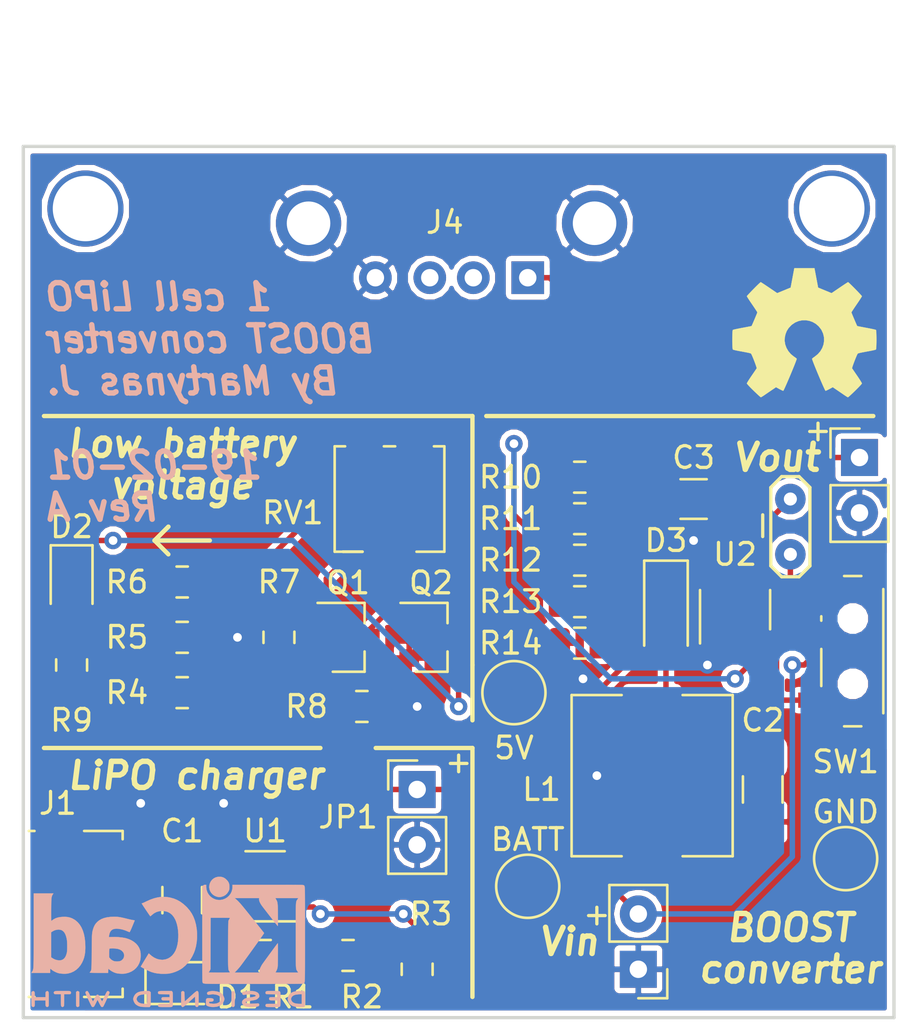
<source format=kicad_pcb>
(kicad_pcb (version 20171130) (host pcbnew 5.0.2-bee76a0~70~ubuntu18.04.1)
  (title_block (title "1 Cell LiPO BOOST converter with low Vin indication") (date 2019-01-30) (rev A) (company "Martynas J."))
  (layers (0 F.Cu signal) (31 B.Cu signal) (36 B.SilkS user) (37 F.SilkS user) (38 B.Mask user) (39 F.Mask user) (44 Edge.Cuts user))
  (net 0 "")
  (net 1 GND)
  (net 2 +5V)
  (net 3 +BATT)
  (net 4 "Net-(R1-Pad2)")
  (net 5 "Net-(R13-Pad2)")
  (net 6 "Net-(R12-Pad2)")
  (net 7 "Net-(R11-Pad2)")
  (net 8 "Net-(R10-Pad2)")
  (net 9 "Net-(D2-Pad2)")
  (net 10 "Net-(Q1-Pad3)")
  (net 11 "Net-(R1-Pad1)")
  (net 12 "Net-(R3-Pad1)")
  (net 13 "Net-(D1-Pad2)")
  (net 14 "Net-(R4-Pad2)")
  (net 15 "Net-(R5-Pad2)")
  (net 16 "Net-(R6-Pad2)")
  (net 17 "Net-(Q1-Pad1)")
  (net 18 "Net-(C1-Pad1)")
  (net 19 "Net-(D3-Pad2)")
  (net 20 "Net-(D2-Pad1)")
  (net 21 "Net-(J1-Pad2)")
  (net 22 "Net-(J1-Pad3)")
  (net 23 "Net-(J1-Pad4)")
  (net 24 "Net-(J4-Pad3)")
  (net 25 "Net-(J4-Pad2)")
  (net 26 "Net-(BATT1-Pad1)")
  (net 27 "Net-(I1-Pad1)")
  (module Connector_USB:USB_A_THT (layer F.Cu) (at 150.495 87.63 180)
    (fp_text reference J4 (at 3.81 2.54 180) (layer F.SilkS))
    (fp_text value USB_A)
    (pad 4 thru_hole circle (at 7 0 180) (size 1.5 1.5) (drill 0.8) (layers *.Cu *.Mask) (net 1 GND))
    (pad 3 thru_hole circle (at 4.5 0 180) (size 1.5 1.5) (drill 0.8) (layers *.Cu *.Mask) (net 24 "Net-(J4-Pad3)"))
    (pad 2 thru_hole circle (at 2.5 0 180) (size 1.5 1.5) (drill 0.8) (layers *.Cu *.Mask) (net 25 "Net-(J4-Pad2)"))
    (pad 1 thru_hole rect (at 0 0 180) (size 1.5 1.5) (drill 0.8) (layers *.Cu *.Mask) (net 2 +5V))
    (pad 5 thru_hole circle (at -3.07 2.5 180) (size 3 3) (drill 2) (layers *.Cu *.Mask) (net 1 GND))
    (pad 5 thru_hole circle (at 10.07 2.5 180) (size 3 3) (drill 2) (layers *.Cu *.Mask) (net 1 GND))
  )
  (module Button_Switch_SMD:SW_SPDT_PCM12 (layer F.Cu) (at 165.1 104.775 90)
    (fp_text reference SW1 (at -5.08 0 180) (layer F.SilkS))
    (fp_text value ON/OFF)
    (pad "" np_thru_hole circle (at -1.5 0.33 90) (size 0.9 0.9) (drill 0.9) (layers *.Cu *.Mask))
    (pad "" np_thru_hole circle (at 1.5 0.33 90) (size 0.9 0.9) (drill 0.9) (layers *.Cu *.Mask))
    (pad 1 smd rect (at -2.25 -1.43 90) (size 0.7 1.5) (layers F.Cu F.Paste F.Mask) (net 3 +BATT))
    (pad 2 smd rect (at 0.75 -1.43 90) (size 0.7 1.5) (layers F.Cu F.Paste F.Mask) (net 26 "Net-(BATT1-Pad1)"))
    (pad 3 smd rect (at 2.25 -1.43 90) (size 0.7 1.5) (layers F.Cu F.Paste F.Mask) (net 27 "Net-(I1-Pad1)"))
    (pad "" smd rect (at -3.65 1.43 90) (size 1 0.8) (layers F.Cu F.Paste F.Mask))
    (pad "" smd rect (at 3.65 1.43 90) (size 1 0.8) (layers F.Cu F.Paste F.Mask))
    (pad "" smd rect (at 3.65 -0.78 90) (size 1 0.8) (layers F.Cu F.Paste F.Mask))
    (pad "" smd rect (at -3.65 -0.78 90) (size 1 0.8) (layers F.Cu F.Paste F.Mask))
  )
  (module Jumper:SolderJumper-2_P1.3mm_Open_RoundedPad1.0x1.5mm (layer F.Cu) (at 142.24 109.855 270)
    (fp_text reference JP1 (at 2.54 0) (layer F.SilkS))
    (fp_text value SJ_O)
    (pad 1 smd custom (at -0.65 0 270) (size 1 0.5) (layers F.Cu F.Mask) (net 3 +BATT) (options (clearance outline) (anchor rect)) (primitives (gr_circle (center 0 0.25) (end 0.5 0.25) (width 0)) (gr_circle (center 0 -0.25) (end 0.5 -0.25) (width 0)) (gr_poly (pts (xy 0 -0.75) (xy 0.5 -0.75) (xy 0.5 0.75) (xy 0 0.75)) (width 0))))
    (pad 2 smd custom (at 0.65 0 270) (size 1 0.5) (layers F.Cu F.Mask) (net 26 "Net-(BATT1-Pad1)") (options (clearance outline) (anchor rect)) (primitives (gr_circle (center 0 0.25) (end 0.5 0.25) (width 0)) (gr_circle (center 0 -0.25) (end 0.5 -0.25) (width 0)) (gr_poly (pts (xy 0 -0.75) (xy -0.5 -0.75) (xy -0.5 0.75) (xy 0 0.75)) (width 0))))
  )
  (module Connector_PinHeader_2.54mm:PinHeader_1x02_P2.54mm_Vertical (layer F.Cu) (at 145.415 111.125)
    (fp_text reference + (at 1.905 -1.27) (layer F.SilkS))
    (fp_text value Vin)
    (pad 1 thru_hole rect (at 0 0) (size 1.7 1.7) (drill 0.8) (layers *.Cu *.Mask) (net 26 "Net-(BATT1-Pad1)"))
    (pad 2 thru_hole oval (at 0 2.54) (size 1.7 1.7) (drill 0.8) (layers *.Cu *.Mask) (net 1 GND))
  )
  (module TestPoint:TestPoint_2Pads_Pitch2.54mm_Drill0.8mm (layer F.Cu) (at 162.56 100.33 90)
    (fp_text reference I (at 1.27 -1.27 180) (layer F.SilkS))
    (fp_text value Current)
    (pad 1 thru_hole circle (at 0 0 90) (size 1.4 1.4) (drill 0.6) (layers *.Cu *.Mask) (net 27 "Net-(I1-Pad1)"))
    (pad 2 thru_hole circle (at 2.54 0 90) (size 1.4 1.4) (drill 0.6) (layers *.Cu *.Mask) (net 3 +BATT))
  )
  (module TestPoint:TestPoint_Pad_D2.5mm (layer F.Cu) (at 165.1 114.3)
    (fp_text reference GND (at 0 -2.148) (layer F.SilkS))
    (fp_text value GND)
    (pad 1 smd circle (at 0 0) (size 2.5 2.5) (layers F.Cu F.Mask) (net 1 GND))
  )
  (module TestPoint:TestPoint_Pad_D2.5mm (layer F.Cu) (at 150.495 115.57)
    (fp_text reference BATT (at 0 -2.148) (layer F.SilkS))
    (fp_text value LiPO)
    (pad 1 smd circle (at 0 0) (size 2.5 2.5) (layers F.Cu F.Mask) (net 26 "Net-(BATT1-Pad1)"))
  )
  (module TestPoint:TestPoint_Pad_D2.5mm (layer F.Cu) (at 149.86 106.68)
    (fp_text reference 5V (at 0 2.54) (layer F.SilkS))
    (fp_text value +5V)
    (pad 1 smd circle (at 0 0) (size 2.5 2.5) (layers F.Cu F.Mask) (net 2 +5V))
  )
  (module Capacitor_SMD:C_1206_3216Metric_Pad1.42x1.75mm_HandSolder (layer F.Cu) (at 134.62 116.205 270)
    (fp_text reference C1 (at -3.175 0) (layer F.SilkS))
    (fp_text value 10u)
    (pad 1 smd roundrect (at -1.4875 0 270) (size 1.425 1.75) (layers F.Cu F.Paste F.Mask) (roundrect_rratio 0.175439) (net 18 "Net-(C1-Pad1)"))
    (pad 2 smd roundrect (at 1.4875 0 270) (size 1.425 1.75) (layers F.Cu F.Paste F.Mask) (roundrect_rratio 0.175439) (net 1 GND))
  )
  (module Capacitor_SMD:C_1206_3216Metric_Pad1.42x1.75mm_HandSolder (layer F.Cu) (at 161.29 111.125 270)
    (fp_text reference C2 (at -3.175 0) (layer F.SilkS))
    (fp_text value 10u)
    (pad 2 smd roundrect (at 1.4875 0 270) (size 1.425 1.75) (layers F.Cu F.Paste F.Mask) (roundrect_rratio 0.175439) (net 1 GND))
    (pad 1 smd roundrect (at -1.4875 0 270) (size 1.425 1.75) (layers F.Cu F.Paste F.Mask) (roundrect_rratio 0.175439) (net 3 +BATT))
  )
  (module Capacitor_SMD:C_1206_3216Metric_Pad1.42x1.75mm_HandSolder (layer F.Cu) (at 158.115 97.79)
    (fp_text reference C3 (at 0 -1.905) (layer F.SilkS))
    (fp_text value 10u)
    (pad 1 smd roundrect (at -1.4875 0) (size 1.425 1.75) (layers F.Cu F.Paste F.Mask) (roundrect_rratio 0.175439) (net 2 +5V))
    (pad 2 smd roundrect (at 1.4875 0) (size 1.425 1.75) (layers F.Cu F.Paste F.Mask) (roundrect_rratio 0.175439) (net 1 GND))
  )
  (module Connector_PinHeader_2.54mm:PinHeader_1x02_P2.54mm_Vertical (layer F.Cu) (at 155.575 119.38 180)
    (fp_text reference + (at 1.905 2.54 180) (layer F.SilkS))
    (fp_text value LiPo)
    (pad 1 thru_hole rect (at 0 0 180) (size 1.7 1.7) (drill 0.8) (layers *.Cu *.Mask) (net 1 GND))
    (pad 2 thru_hole oval (at 0 2.54 180) (size 1.7 1.7) (drill 0.8) (layers *.Cu *.Mask) (net 26 "Net-(BATT1-Pad1)"))
  )
  (module Connector_PinHeader_2.54mm:PinHeader_1x02_P2.54mm_Vertical (layer F.Cu) (at 165.735 95.885)
    (fp_text reference + (at -1.905 -1.27) (layer F.SilkS))
    (fp_text value Vout)
    (pad 1 thru_hole rect (at 0 0) (size 1.7 1.7) (drill 0.8) (layers *.Cu *.Mask) (net 2 +5V))
    (pad 2 thru_hole oval (at 0 2.54) (size 1.7 1.7) (drill 0.8) (layers *.Cu *.Mask) (net 1 GND))
  )
  (module Connector_USB:USB_Micro-B_Molex_47346-0001 (layer F.Cu) (at 130.175 116.84 270)
    (fp_text reference J1 (at -5.08 1.27 180) (layer F.SilkS))
    (fp_text value microUSB)
    (pad 1 smd rect (at -1.3 -1.46 270) (size 0.45 1.38) (layers F.Cu F.Paste F.Mask) (net 18 "Net-(C1-Pad1)"))
    (pad 2 smd rect (at -0.65 -1.46 270) (size 0.45 1.38) (layers F.Cu F.Paste F.Mask) (net 21 "Net-(J1-Pad2)"))
    (pad 3 smd rect (at 0 -1.46 270) (size 0.45 1.38) (layers F.Cu F.Paste F.Mask) (net 22 "Net-(J1-Pad3)"))
    (pad 4 smd rect (at 0.65 -1.46 270) (size 0.45 1.38) (layers F.Cu F.Paste F.Mask) (net 23 "Net-(J1-Pad4)"))
    (pad 5 smd rect (at 1.3 -1.46 270) (size 0.45 1.38) (layers F.Cu F.Paste F.Mask) (net 1 GND))
    (pad 6 smd rect (at -2.4625 -1.1 270) (size 1.475 2.1) (layers F.Cu F.Paste F.Mask) (net 1 GND))
    (pad 6 smd rect (at 2.4625 -1.1 270) (size 1.475 2.1) (layers F.Cu F.Paste F.Mask) (net 1 GND))
    (pad 6 smd rect (at -2.91 1.2 270) (size 2.375 1.9) (layers F.Cu F.Paste F.Mask) (net 1 GND))
    (pad 6 smd rect (at 2.91 1.2 270) (size 2.375 1.9) (layers F.Cu F.Paste F.Mask) (net 1 GND))
    (pad 6 smd rect (at -0.84 1.2 270) (size 1.175 1.9) (layers F.Cu F.Paste F.Mask) (net 1 GND))
    (pad 6 smd rect (at 0.84 1.2 270) (size 1.175 1.9) (layers F.Cu F.Paste F.Mask) (net 1 GND))
  )
  (module Diode_SMD:D_SOD-123 (layer F.Cu) (at 156.845 102.87 270)
    (fp_text reference D3 (at -3.175 0) (layer F.SilkS))
    (fp_text value MBR0530)
    (pad 1 smd rect (at -1.65 0 270) (size 0.9 1.2) (layers F.Cu F.Paste F.Mask) (net 2 +5V))
    (pad 2 smd rect (at 1.65 0 270) (size 0.9 1.2) (layers F.Cu F.Paste F.Mask) (net 19 "Net-(D3-Pad2)"))
  )
  (module Inductor_SMD:L_7.3x7.3_H4.5 (layer F.Cu) (at 156.21 110.49 90)
    (fp_text reference L1 (at -0.635 -5.08 180) (layer F.SilkS))
    (fp_text value 4.7u)
    (pad 1 smd rect (at -3.2 0 90) (size 1.5 2.2) (layers F.Cu F.Paste F.Mask) (net 3 +BATT))
    (pad 2 smd rect (at 3.2 0 90) (size 1.5 2.2) (layers F.Cu F.Paste F.Mask) (net 19 "Net-(D3-Pad2)"))
  )
  (module LED_SMD:LED_0805_2012Metric (layer F.Cu) (at 134.62 120.015)
    (fp_text reference D1 (at 2.54 0.635) (layer F.SilkS))
    (fp_text value LED)
    (pad 2 smd roundrect (at 0.9375 0) (size 0.975 1.4) (layers F.Cu F.Paste F.Mask) (net 13 "Net-(D1-Pad2)"))
    (pad 1 smd roundrect (at -0.9375 0) (size 0.975 1.4) (layers F.Cu F.Paste F.Mask) (net 1 GND))
  )
  (module LED_SMD:LED_0805_2012Metric (layer F.Cu) (at 129.54 101.6 270)
    (fp_text reference D2 (at -2.54 0) (layer F.SilkS))
    (fp_text value LED)
    (pad 1 smd roundrect (at -0.9375 0 270) (size 0.975 1.4) (layers F.Cu F.Paste F.Mask) (net 20 "Net-(D2-Pad1)"))
    (pad 2 smd roundrect (at 0.9375 0 270) (size 0.975 1.4) (layers F.Cu F.Paste F.Mask) (net 9 "Net-(D2-Pad2)"))
  )
  (module Package_TO_SOT_SMD:SOT-23 (layer F.Cu) (at 142.24 104.14)
    (fp_text reference Q1 (at 0 -2.5) (layer F.SilkS))
    (fp_text value BC847)
    (pad 3 smd rect (at 1 0) (size 0.9 0.8) (layers F.Cu F.Paste F.Mask) (net 10 "Net-(Q1-Pad3)"))
    (pad 2 smd rect (at -1 0.95) (size 0.9 0.8) (layers F.Cu F.Paste F.Mask) (net 1 GND))
    (pad 1 smd rect (at -1 -0.95) (size 0.9 0.8) (layers F.Cu F.Paste F.Mask) (net 17 "Net-(Q1-Pad1)"))
  )
  (module Package_TO_SOT_SMD:SOT-23 (layer F.Cu) (at 146.05 104.14)
    (fp_text reference Q2 (at 0 -2.5) (layer F.SilkS))
    (fp_text value BC847)
    (pad 1 smd rect (at -1 -0.95) (size 0.9 0.8) (layers F.Cu F.Paste F.Mask) (net 10 "Net-(Q1-Pad3)"))
    (pad 2 smd rect (at -1 0.95) (size 0.9 0.8) (layers F.Cu F.Paste F.Mask) (net 1 GND))
    (pad 3 smd rect (at 1 0) (size 0.9 0.8) (layers F.Cu F.Paste F.Mask) (net 20 "Net-(D2-Pad1)"))
  )
  (module Package_TO_SOT_SMD:SOT-23-5 (layer F.Cu) (at 160.02 102.87 90)
    (fp_text reference U2 (at 2.54 0) (layer F.SilkS))
    (fp_text value MCP1661)
    (pad 5 smd rect (at 1.1 -0.95 90) (size 1.06 0.65) (layers F.Cu F.Paste F.Mask) (net 3 +BATT))
    (pad 4 smd rect (at 1.1 0.95 90) (size 1.06 0.65) (layers F.Cu F.Paste F.Mask) (net 3 +BATT))
    (pad 3 smd rect (at -1.1 0.95 90) (size 1.06 0.65) (layers F.Cu F.Paste F.Mask) (net 6 "Net-(R12-Pad2)"))
    (pad 2 smd rect (at -1.1 0 90) (size 1.06 0.65) (layers F.Cu F.Paste F.Mask) (net 1 GND))
    (pad 1 smd rect (at -1.1 -0.95 90) (size 1.06 0.65) (layers F.Cu F.Paste F.Mask) (net 19 "Net-(D3-Pad2)"))
  )
  (module Package_TO_SOT_SMD:SOT-23-5 (layer F.Cu) (at 138.43 115.57 180)
    (fp_text reference U1 (at 0 2.54 180) (layer F.SilkS))
    (fp_text value MCP73831)
    (pad 1 smd rect (at -1.1 -0.95 180) (size 1.06 0.65) (layers F.Cu F.Paste F.Mask) (net 12 "Net-(R3-Pad1)"))
    (pad 2 smd rect (at -1.1 0 180) (size 1.06 0.65) (layers F.Cu F.Paste F.Mask) (net 1 GND))
    (pad 3 smd rect (at -1.1 0.95 180) (size 1.06 0.65) (layers F.Cu F.Paste F.Mask) (net 26 "Net-(BATT1-Pad1)"))
    (pad 4 smd rect (at 1.1 0.95 180) (size 1.06 0.65) (layers F.Cu F.Paste F.Mask) (net 18 "Net-(C1-Pad1)"))
    (pad 5 smd rect (at 1.1 -0.95 180) (size 1.06 0.65) (layers F.Cu F.Paste F.Mask) (net 11 "Net-(R1-Pad1)"))
  )
  (module Potentiometer_SMD:Potentiometer_Bourns_3214J_Horizontal (layer F.Cu) (at 144.145 97.79 90)
    (fp_text reference RV1 (at -0.635 -4.445 180) (layer F.SilkS))
    (fp_text value 10K)
    (pad 1 smd rect (at 2 -1.15 90) (size 2 1.3) (layers F.Cu F.Paste F.Mask) (net 16 "Net-(R6-Pad2)"))
    (pad 2 smd rect (at -2 0 90) (size 2 2) (layers F.Cu F.Paste F.Mask) (net 17 "Net-(Q1-Pad1)"))
    (pad 3 smd rect (at 2 1.15 90) (size 2 1.3) (layers F.Cu F.Paste F.Mask) (net 17 "Net-(Q1-Pad1)"))
  )
  (module Resistor_SMD:R_0805_2012Metric (layer F.Cu) (at 152.885636 98.692914)
    (fp_text reference R11 (at -3.175 0) (layer F.SilkS))
    (fp_text value 100K)
    (pad 2 smd roundrect (at 0.9375 0) (size 0.975 1.4) (layers F.Cu F.Paste F.Mask) (net 7 "Net-(R11-Pad2)"))
    (pad 1 smd roundrect (at -0.9375 0) (size 0.975 1.4) (layers F.Cu F.Paste F.Mask) (net 8 "Net-(R10-Pad2)"))
  )
  (module Resistor_SMD:R_0805_2012Metric (layer F.Cu) (at 139.065 104.14 270)
    (fp_text reference R7 (at -2.54 0) (layer F.SilkS))
    (fp_text value 10K)
    (pad 1 smd roundrect (at -0.9375 0 270) (size 0.975 1.4) (layers F.Cu F.Paste F.Mask) (net 17 "Net-(Q1-Pad1)"))
    (pad 2 smd roundrect (at 0.9375 0 270) (size 0.975 1.4) (layers F.Cu F.Paste F.Mask) (net 1 GND))
  )
  (module Resistor_SMD:R_0805_2012Metric (layer F.Cu) (at 134.62 101.6)
    (fp_text reference R6 (at -2.54 0) (layer F.SilkS))
    (fp_text value 10K)
    (pad 2 smd roundrect (at 0.9375 0) (size 0.975 1.4) (layers F.Cu F.Paste F.Mask) (net 16 "Net-(R6-Pad2)"))
    (pad 1 smd roundrect (at -0.9375 0) (size 0.975 1.4) (layers F.Cu F.Paste F.Mask) (net 15 "Net-(R5-Pad2)"))
  )
  (module Resistor_SMD:R_0805_2012Metric (layer F.Cu) (at 134.62 104.14 180)
    (fp_text reference R5 (at 2.54 0 180) (layer F.SilkS))
    (fp_text value 10K)
    (pad 1 smd roundrect (at -0.9375 0 180) (size 0.975 1.4) (layers F.Cu F.Paste F.Mask) (net 14 "Net-(R4-Pad2)"))
    (pad 2 smd roundrect (at 0.9375 0 180) (size 0.975 1.4) (layers F.Cu F.Paste F.Mask) (net 15 "Net-(R5-Pad2)"))
  )
  (module Resistor_SMD:R_0805_2012Metric (layer F.Cu) (at 134.62 106.68)
    (fp_text reference R4 (at -2.54 0) (layer F.SilkS))
    (fp_text value 33K)
    (pad 2 smd roundrect (at 0.9375 0) (size 0.975 1.4) (layers F.Cu F.Paste F.Mask) (net 14 "Net-(R4-Pad2)"))
    (pad 1 smd roundrect (at -0.9375 0) (size 0.975 1.4) (layers F.Cu F.Paste F.Mask) (net 3 +BATT))
  )
  (module Resistor_SMD:R_0805_2012Metric (layer F.Cu) (at 145.415 119.38 270)
    (fp_text reference R3 (at -2.54 -0.635) (layer F.SilkS))
    (fp_text value 1K)
    (pad 1 smd roundrect (at -0.9375 0 270) (size 0.975 1.4) (layers F.Cu F.Paste F.Mask) (net 12 "Net-(R3-Pad1)"))
    (pad 2 smd roundrect (at 0.9375 0 270) (size 0.975 1.4) (layers F.Cu F.Paste F.Mask) (net 13 "Net-(D1-Pad2)"))
  )
  (module Resistor_SMD:R_0805_2012Metric (layer F.Cu) (at 138.43 118.745)
    (fp_text reference R1 (at 1.27 1.905) (layer F.SilkS))
    (fp_text value 1K)
    (pad 2 smd roundrect (at 0.9375 0) (size 0.975 1.4) (layers F.Cu F.Paste F.Mask) (net 4 "Net-(R1-Pad2)"))
    (pad 1 smd roundrect (at -0.9375 0) (size 0.975 1.4) (layers F.Cu F.Paste F.Mask) (net 11 "Net-(R1-Pad1)"))
  )
  (module Resistor_SMD:R_0805_2012Metric (layer F.Cu) (at 142.875 107.315)
    (fp_text reference R8 (at -2.54 0) (layer F.SilkS))
    (fp_text value 47K)
    (pad 1 smd roundrect (at -0.9375 0) (size 0.975 1.4) (layers F.Cu F.Paste F.Mask) (net 3 +BATT))
    (pad 2 smd roundrect (at 0.9375 0) (size 0.975 1.4) (layers F.Cu F.Paste F.Mask) (net 10 "Net-(Q1-Pad3)"))
  )
  (module Resistor_SMD:R_0805_2012Metric (layer F.Cu) (at 129.54 105.41 90)
    (fp_text reference R9 (at -2.54 0 180) (layer F.SilkS))
    (fp_text value 1K)
    (pad 2 smd roundrect (at 0.9375 0 90) (size 0.975 1.4) (layers F.Cu F.Paste F.Mask) (net 9 "Net-(D2-Pad2)"))
    (pad 1 smd roundrect (at -0.9375 0 90) (size 0.975 1.4) (layers F.Cu F.Paste F.Mask) (net 3 +BATT))
  )
  (module Resistor_SMD:R_0805_2012Metric (layer F.Cu) (at 152.885636 96.787914 180)
    (fp_text reference R10 (at 3.175 0 180) (layer F.SilkS))
    (fp_text value 100K)
    (pad 1 smd roundrect (at -0.9375 0 180) (size 0.975 1.4) (layers F.Cu F.Paste F.Mask) (net 2 +5V))
    (pad 2 smd roundrect (at 0.9375 0 180) (size 0.975 1.4) (layers F.Cu F.Paste F.Mask) (net 8 "Net-(R10-Pad2)"))
  )
  (module Resistor_SMD:R_0805_2012Metric (layer F.Cu) (at 152.885636 100.597914 180)
    (fp_text reference R12 (at 3.175 0 180) (layer F.SilkS))
    (fp_text value 100K)
    (pad 2 smd roundrect (at 0.9375 0 180) (size 0.975 1.4) (layers F.Cu F.Paste F.Mask) (net 6 "Net-(R12-Pad2)"))
    (pad 1 smd roundrect (at -0.9375 0 180) (size 0.975 1.4) (layers F.Cu F.Paste F.Mask) (net 7 "Net-(R11-Pad2)"))
  )
  (module Resistor_SMD:R_0805_2012Metric (layer F.Cu) (at 152.885636 102.502914)
    (fp_text reference R13 (at -3.175 0) (layer F.SilkS))
    (fp_text value 47K)
    (pad 1 smd roundrect (at -0.9375 0) (size 0.975 1.4) (layers F.Cu F.Paste F.Mask) (net 6 "Net-(R12-Pad2)"))
    (pad 2 smd roundrect (at 0.9375 0) (size 0.975 1.4) (layers F.Cu F.Paste F.Mask) (net 5 "Net-(R13-Pad2)"))
  )
  (module Resistor_SMD:R_0805_2012Metric (layer F.Cu) (at 152.885636 104.407914 180)
    (fp_text reference R14 (at 3.175 0 180) (layer F.SilkS))
    (fp_text value 47K)
    (pad 2 smd roundrect (at 0.9375 0 180) (size 0.975 1.4) (layers F.Cu F.Paste F.Mask) (net 1 GND))
    (pad 1 smd roundrect (at -0.9375 0 180) (size 0.975 1.4) (layers F.Cu F.Paste F.Mask) (net 5 "Net-(R13-Pad2)"))
  )
  (module Resistor_SMD:R_0805_2012Metric (layer F.Cu) (at 142.24 118.745)
    (fp_text reference R2 (at 0.635 1.905 180) (layer F.SilkS))
    (fp_text value 1K)
    (pad 1 smd roundrect (at -0.9375 0) (size 0.975 1.4) (layers F.Cu F.Paste F.Mask) (net 4 "Net-(R1-Pad2)"))
    (pad 2 smd roundrect (at 0.9375 0) (size 0.975 1.4) (layers F.Cu F.Paste F.Mask) (net 1 GND))
  )
  (module Symbol:KiCad-Logo2_6mm_SilkScreen (layer B.Cu) (at 133.985 118.11 180)
    (fp_text reference REF** hide)
    (fp_text value KiCad-Logo2_6mm_SilkScreen hide)
  )
  (module Symbol:OSHW-Symbol_6.7x6mm_SilkScreen (layer F.Cu) (at 163.195 90.17)
    (fp_text reference REF** hide)
    (fp_text value OSHW-Symbol_6.7x6mm_SilkScreen hide)
  )
  (gr_line (start 133.35 99.695) (end 133.985 100.33) (layer F.SilkS) (width 0.2))
  (gr_line (start 133.985 99.06) (end 133.35 99.695) (layer F.SilkS) (width 0.2))
  (gr_line (start 133.35 99.695) (end 133.985 99.06) (layer F.SilkS) (width 0.2))
  (gr_line (start 135.89 99.695) (end 133.35 99.695) (layer F.SilkS) (width 0.2))
  (gr_line (start 140.97 109.22) (end 128.27 109.22) (layer F.SilkS) (width 0.2))
  (gr_line (start 147.955 109.22) (end 143.51 109.22) (layer F.SilkS) (width 0.2))
  (gr_text Vout (at 161.925 95.885) (layer F.SilkS) (effects (font (size 1.2 1.2) (thickness 0.25) italic)))
  (gr_text Vin (at 152.4 118.11) (layer F.SilkS) (effects (font (size 1.2 1.2) (thickness 0.25) italic)))
  (gr_text "1 cell LiPO\nBOOST converter\nBy Martynas J.\n\n19-02-01\nRev A" (at 128.27 93.345) (layer B.SilkS) (effects (font (size 1.2 1.2) (thickness 0.25) italic) (justify right mirror)))
  (gr_text converter (at 162.56 119.38) (layer F.SilkS) (effects (font (size 1.2 1.2) (thickness 0.25) italic)))
  (gr_text BOOST (at 162.56 117.475) (layer F.SilkS) (effects (font (size 1.2 1.2) (thickness 0.25) italic)))
  (gr_line (start 148.59 93.98) (end 166.37 93.98) (layer F.SilkS) (width 0.2))
  (gr_text voltage (at 134.62 97.155) (layer F.SilkS) (effects (font (size 1.2 1.2) (thickness 0.25) italic)))
  (gr_text "Low battery" (at 134.62 95.25) (layer F.SilkS) (effects (font (size 1.2 1.2) (thickness 0.25) italic)))
  (gr_line (start 147.955 93.98) (end 128.27 93.98) (layer F.SilkS) (width 0.2))
  (gr_line (start 147.955 105.41) (end 147.955 107.95) (layer F.SilkS) (width 0.2))
  (gr_line (start 147.955 93.98) (end 147.955 105.41) (layer F.SilkS) (width 0.2))
  (gr_text "LiPO charger" (at 135.255 110.49) (layer F.SilkS) (effects (font (size 1.2 1.2) (thickness 0.25) italic)))
  (gr_line (start 147.955 109.22) (end 147.955 120.65) (layer F.SilkS) (width 0.2))
  (gr_line (start 127.32 81.6) (end 167.32 81.6) (layer Edge.Cuts) (width 0.15))
  (gr_line (start 127.32 121.6) (end 167.32 121.6) (layer Edge.Cuts) (width 0.15))
  (gr_line (start 167.32 121.6) (end 167.32 81.6) (layer Edge.Cuts) (width 0.15))
  (gr_line (start 127.32 121.6) (end 127.32 81.6) (layer Edge.Cuts) (width 0.15))
  (via (at 130.175 84.455) (size 3.5) (drill 3) (layers F.Cu B.Cu) (net 0))
  (via (at 164.465 84.455) (size 3.5) (drill 3) (layers F.Cu B.Cu) (net 0))
  (via (at 132.715 111.76) (size 0.8) (drill 0.4) (layers F.Cu B.Cu) (net 1))
  (via (at 136.525 111.76) (size 0.8) (drill 0.4) (layers F.Cu B.Cu) (net 1))
  (via (at 153.67 110.49) (size 0.8) (drill 0.4) (layers F.Cu B.Cu) (net 1))
  (via (at 153.035 106.045) (size 0.8) (drill 0.4) (layers F.Cu B.Cu) (net 1))
  (via (at 158.115 99.695) (size 0.8) (drill 0.4) (layers F.Cu B.Cu) (net 1))
  (via (at 158.75 105.41) (size 0.8) (drill 0.4) (layers F.Cu B.Cu) (net 1))
  (via (at 137.16 104.14) (size 0.8) (drill 0.4) (layers F.Cu B.Cu) (net 1))
  (via (at 145.415 107.315) (size 0.8) (drill 0.4) (layers F.Cu B.Cu) (net 1))
  (segment (start 156.845 98.0075) (end 156.6275 97.79) (width 0.25) (layer F.Cu) (net 2))
  (segment (start 156.845 101.22) (end 156.845 98.0075) (width 0.25) (layer F.Cu) (net 2))
  (segment (start 151.495 87.63) (end 150.495 87.63) (width 0.25) (layer F.Cu) (net 2))
  (segment (start 156.6275 92.7625) (end 151.495 87.63) (width 0.25) (layer F.Cu) (net 2))
  (segment (start 156.6275 97.79) (end 156.6275 95.885) (width 0.25) (layer F.Cu) (net 2))
  (segment (start 165.735 95.885) (end 156.6275 95.885) (width 0.25) (layer F.Cu) (net 2))
  (segment (start 156.6275 95.885) (end 156.6275 92.7625) (width 0.25) (layer F.Cu) (net 2))
  (segment (start 156.845 101.92) (end 156.845 101.22) (width 0.25) (layer F.Cu) (net 2))
  (segment (start 154.94 105.41) (end 154.94 103.825) (width 0.25) (layer F.Cu) (net 2))
  (segment (start 154.94 103.825) (end 156.845 101.92) (width 0.25) (layer F.Cu) (net 2))
  (segment (start 153.67 106.68) (end 154.94 105.41) (width 0.25) (layer F.Cu) (net 2))
  (segment (start 149.86 106.68) (end 153.67 106.68) (width 0.25) (layer F.Cu) (net 2))
  (segment (start 153.823136 96.787914) (end 154.72605 95.885) (width 0.25) (layer F.Cu) (net 2))
  (segment (start 154.72605 95.885) (end 155.575 95.885) (width 0.25) (layer F.Cu) (net 2))
  (segment (start 156.6275 95.885) (end 155.575 95.885) (width 0.25) (layer F.Cu) (net 2))
  (segment (start 155.575 95.885) (end 155.36105 95.885) (width 0.25) (layer F.Cu) (net 2))
  (segment (start 129.54 106.3475) (end 129.54 107.315) (width 0.25) (layer F.Cu) (net 3))
  (segment (start 129.54 107.315) (end 130.81 108.585) (width 0.25) (layer F.Cu) (net 3))
  (segment (start 141.9375 107.6175) (end 141.9375 108.585) (width 0.25) (layer F.Cu) (net 3))
  (segment (start 133.6825 107.0125) (end 133.6825 108.585) (width 0.25) (layer F.Cu) (net 3))
  (segment (start 130.81 108.585) (end 133.35 108.585) (width 0.25) (layer F.Cu) (net 3))
  (segment (start 133.35 108.585) (end 142.24 108.585) (width 0.25) (layer F.Cu) (net 3))
  (segment (start 142.24 109.205) (end 142.24 108.585) (width 0.25) (layer F.Cu) (net 3))
  (segment (start 159.07 101.77) (end 160.97 101.77) (width 0.25) (layer F.Cu) (net 3))
  (segment (start 160.97 99.38) (end 162.56 97.79) (width 0.25) (layer F.Cu) (net 3))
  (segment (start 160.97 101.77) (end 160.97 99.38) (width 0.25) (layer F.Cu) (net 3))
  (segment (start 162.67 107.025) (end 163.67 107.025) (width 0.25) (layer F.Cu) (net 3))
  (segment (start 161.29 109.6375) (end 161.29 107.025) (width 0.25) (layer F.Cu) (net 3))
  (segment (start 160.655 107.025) (end 161.29 107.025) (width 0.25) (layer F.Cu) (net 3))
  (segment (start 160.605 107.025) (end 160.655 107.025) (width 0.25) (layer F.Cu) (net 3))
  (segment (start 160.97 101.975) (end 161.925 102.93) (width 0.25) (layer F.Cu) (net 3))
  (segment (start 161.925 102.93) (end 161.925 107.025) (width 0.25) (layer F.Cu) (net 3))
  (segment (start 161.29 107.025) (end 161.925 107.025) (width 0.25) (layer F.Cu) (net 3))
  (segment (start 160.97 101.77) (end 160.97 101.975) (width 0.25) (layer F.Cu) (net 3))
  (segment (start 161.925 107.025) (end 162.67 107.025) (width 0.25) (layer F.Cu) (net 3))
  (segment (start 159.04 107.025) (end 160.605 107.025) (width 0.25) (layer F.Cu) (net 3))
  (segment (start 157.48 108.585) (end 159.04 107.025) (width 0.25) (layer F.Cu) (net 3))
  (segment (start 142.24 108.585) (end 155.575 108.585) (width 0.25) (layer F.Cu) (net 3))
  (segment (start 155.575 108.585) (end 157.48 108.585) (width 0.25) (layer F.Cu) (net 3))
  (segment (start 156.21 113.69) (end 156.21 108.585) (width 0.25) (layer F.Cu) (net 3))
  (segment (start 139.3675 118.745) (end 141.3025 118.745) (width 0.25) (layer F.Cu) (net 4))
  (segment (start 153.823136 102.502914) (end 153.823136 104.407914) (width 0.25) (layer F.Cu) (net 5))
  (segment (start 151.948136 100.597914) (end 151.948136 102.502914) (width 0.25) (layer F.Cu) (net 6))
  (via (at 160.02 106.045) (size 0.8) (drill 0.4) (layers F.Cu B.Cu) (net 6))
  (segment (start 160.97 103.97) (end 160.97 105.095) (width 0.25) (layer F.Cu) (net 6))
  (segment (start 160.97 105.095) (end 160.02 106.045) (width 0.25) (layer F.Cu) (net 6))
  (via (at 149.86 95.25) (size 0.8) (drill 0.4) (layers F.Cu B.Cu) (net 6))
  (segment (start 149.86 98.509778) (end 151.948136 100.597914) (width 0.25) (layer F.Cu) (net 6))
  (segment (start 149.86 95.25) (end 149.86 98.509778) (width 0.25) (layer F.Cu) (net 6))
  (segment (start 154.305 106.045) (end 160.02 106.045) (width 0.25) (layer B.Cu) (net 6))
  (segment (start 149.86 95.25) (end 149.86 101.6) (width 0.25) (layer B.Cu) (net 6))
  (segment (start 149.86 101.6) (end 154.305 106.045) (width 0.25) (layer B.Cu) (net 6))
  (segment (start 153.823136 98.692914) (end 153.823136 100.597914) (width 0.25) (layer F.Cu) (net 7))
  (segment (start 151.948136 96.787914) (end 151.948136 98.692914) (width 0.25) (layer F.Cu) (net 8))
  (segment (start 129.54 104.4725) (end 129.54 102.5375) (width 0.25) (layer F.Cu) (net 9))
  (segment (start 143.24 104.14) (end 143.24 103.775) (width 0.25) (layer F.Cu) (net 10))
  (segment (start 143.825 103.19) (end 145.05 103.19) (width 0.25) (layer F.Cu) (net 10))
  (segment (start 143.24 103.775) (end 143.825 103.19) (width 0.25) (layer F.Cu) (net 10))
  (segment (start 143.8125 107.315) (end 143.8125 106.3475) (width 0.25) (layer F.Cu) (net 10))
  (segment (start 143.24 105.775) (end 143.24 104.14) (width 0.25) (layer F.Cu) (net 10))
  (segment (start 143.8125 106.3475) (end 143.24 105.775) (width 0.25) (layer F.Cu) (net 10))
  (segment (start 137.33 118.5825) (end 137.4925 118.745) (width 0.25) (layer F.Cu) (net 11))
  (segment (start 137.33 116.52) (end 137.33 118.5825) (width 0.25) (layer F.Cu) (net 11))
  (via (at 140.97 116.84) (size 0.8) (drill 0.4) (layers F.Cu B.Cu) (net 12))
  (segment (start 139.53 116.52) (end 140.65 116.52) (width 0.25) (layer F.Cu) (net 12))
  (segment (start 140.65 116.52) (end 140.97 116.84) (width 0.25) (layer F.Cu) (net 12))
  (via (at 144.78 116.84) (size 0.8) (drill 0.4) (layers F.Cu B.Cu) (net 12))
  (segment (start 140.97 116.84) (end 144.78 116.84) (width 0.25) (layer B.Cu) (net 12))
  (segment (start 144.78 116.84) (end 145.415 117.475) (width 0.25) (layer F.Cu) (net 12))
  (segment (start 145.415 117.475) (end 145.415 118.4425) (width 0.25) (layer F.Cu) (net 12))
  (segment (start 145.415 120.3175) (end 135.86 120.3175) (width 0.25) (layer F.Cu) (net 13))
  (segment (start 135.5575 104.14) (end 135.5575 106.68) (width 0.25) (layer F.Cu) (net 14))
  (segment (start 133.6825 101.6) (end 133.6825 104.14) (width 0.25) (layer F.Cu) (net 15))
  (segment (start 142.995 96.14) (end 142.995 95.79) (width 0.25) (layer F.Cu) (net 16))
  (segment (start 137.535 101.6) (end 142.995 96.14) (width 0.25) (layer F.Cu) (net 16))
  (segment (start 135.5575 101.6) (end 137.535 101.6) (width 0.25) (layer F.Cu) (net 16))
  (segment (start 139.0775 103.19) (end 139.065 103.2025) (width 0.25) (layer F.Cu) (net 17))
  (segment (start 141.24 103.19) (end 139.0775 103.19) (width 0.25) (layer F.Cu) (net 17))
  (segment (start 141.24 101.445) (end 141.24 102.54) (width 0.25) (layer F.Cu) (net 17))
  (segment (start 142.895 99.79) (end 141.24 101.445) (width 0.25) (layer F.Cu) (net 17))
  (segment (start 141.24 102.54) (end 141.24 103.19) (width 0.25) (layer F.Cu) (net 17))
  (segment (start 144.145 99.79) (end 142.895 99.79) (width 0.25) (layer F.Cu) (net 17))
  (segment (start 145.295 98.64) (end 144.145 99.79) (width 0.25) (layer F.Cu) (net 17))
  (segment (start 145.295 95.79) (end 145.295 98.64) (width 0.25) (layer F.Cu) (net 17))
  (segment (start 133.7975 115.54) (end 134.62 114.7175) (width 0.25) (layer F.Cu) (net 18))
  (segment (start 131.635 115.54) (end 133.7975 115.54) (width 0.25) (layer F.Cu) (net 18))
  (segment (start 137.2325 114.7175) (end 137.33 114.62) (width 0.25) (layer F.Cu) (net 18))
  (segment (start 134.62 114.7175) (end 137.2325 114.7175) (width 0.25) (layer F.Cu) (net 18))
  (segment (start 158.52 104.52) (end 159.07 103.97) (width 0.25) (layer F.Cu) (net 19))
  (segment (start 156.845 104.52) (end 158.52 104.52) (width 0.25) (layer F.Cu) (net 19))
  (segment (start 155.575 107.29) (end 156.235 107.29) (width 0.25) (layer F.Cu) (net 19))
  (segment (start 156.845 106.68) (end 156.845 104.52) (width 0.25) (layer F.Cu) (net 19))
  (segment (start 156.235 107.29) (end 156.845 106.68) (width 0.25) (layer F.Cu) (net 19))
  (segment (start 129.54 100.6625) (end 130.5075 99.695) (width 0.25) (layer F.Cu) (net 20))
  (via (at 131.445 99.695) (size 0.8) (drill 0.4) (layers F.Cu B.Cu) (net 20))
  (segment (start 130.5075 99.695) (end 131.445 99.695) (width 0.25) (layer F.Cu) (net 20))
  (segment (start 131.445 99.695) (end 139.7 99.695) (width 0.25) (layer B.Cu) (net 20))
  (via (at 147.32 107.315) (size 0.8) (drill 0.4) (layers F.Cu B.Cu) (net 20))
  (segment (start 139.7 99.695) (end 147.32 107.315) (width 0.25) (layer B.Cu) (net 20))
  (segment (start 147.32 104.41) (end 147.05 104.14) (width 0.25) (layer F.Cu) (net 20))
  (segment (start 147.32 107.315) (end 147.32 104.41) (width 0.25) (layer F.Cu) (net 20))
  (segment (start 139.53 114.62) (end 139.53 112.565) (width 0.25) (layer F.Cu) (net 26))
  (segment (start 139.53 112.565) (end 140.97 111.125) (width 0.25) (layer F.Cu) (net 26))
  (segment (start 142.24 110.505) (end 142.24 111.125) (width 0.25) (layer F.Cu) (net 26))
  (segment (start 140.97 111.125) (end 142.24 111.125) (width 0.25) (layer F.Cu) (net 26))
  (segment (start 142.24 111.125) (end 145.415 111.125) (width 0.25) (layer F.Cu) (net 26))
  (via (at 162.65 105.41) (size 0.8) (drill 0.4) (layers F.Cu B.Cu) (net 26))
  (segment (start 162.65 105.41) (end 163.195 105.41) (width 0.25) (layer F.Cu) (net 26))
  (segment (start 163.67 104.935) (end 163.67 104.025) (width 0.25) (layer F.Cu) (net 26))
  (segment (start 163.195 105.41) (end 163.67 104.935) (width 0.25) (layer F.Cu) (net 26))
  (segment (start 149.86 111.125) (end 145.415 111.125) (width 0.25) (layer F.Cu) (net 26))
  (segment (start 155.575 116.84) (end 152.4 113.665) (width 0.25) (layer F.Cu) (net 26))
  (segment (start 152.4 113.665) (end 149.86 111.125) (width 0.25) (layer F.Cu) (net 26))
  (segment (start 162.65 114.21) (end 162.65 105.41) (width 0.25) (layer B.Cu) (net 26))
  (segment (start 155.575 116.84) (end 160.02 116.84) (width 0.25) (layer B.Cu) (net 26))
  (segment (start 160.02 116.84) (end 162.65 114.21) (width 0.25) (layer B.Cu) (net 26))
  (segment (start 150.495 115.57) (end 152.4 113.665) (width 0.25) (layer F.Cu) (net 26))
  (segment (start 162.56 102.415) (end 162.56 101.319949) (width 0.25) (layer F.Cu) (net 27))
  (segment (start 162.67 102.525) (end 162.56 102.415) (width 0.25) (layer F.Cu) (net 27))
  (segment (start 162.56 101.319949) (end 162.56 100.33) (width 0.25) (layer F.Cu) (net 27))
  (segment (start 163.67 102.525) (end 162.67 102.525) (width 0.25) (layer F.Cu) (net 27))
  (zone (net 1) (net_name GND) (layer F.Cu) (connect_pads (clearance 0.254)) (min_thickness 0.2) (fill yes (arc_segments 16) (thermal_gap 0.254) (thermal_bridge_width 0.254) (smoothing chamfer))
    (polygon (pts (xy 127 121.92) (xy 127 81.28) (xy 167.64 81.28) (xy 167.64 121.92)))
  )
  (zone (net 1) (net_name GND) (layer B.Cu) (connect_pads (clearance 0.254)) (min_thickness 0.2) (fill yes (arc_segments 16) (thermal_gap 0.254) (thermal_bridge_width 0.254))
    (polygon (pts (xy 127 121.92) (xy 127 81.28) (xy 167.64 81.28) (xy 167.64 121.92)))
  )
)
</source>
